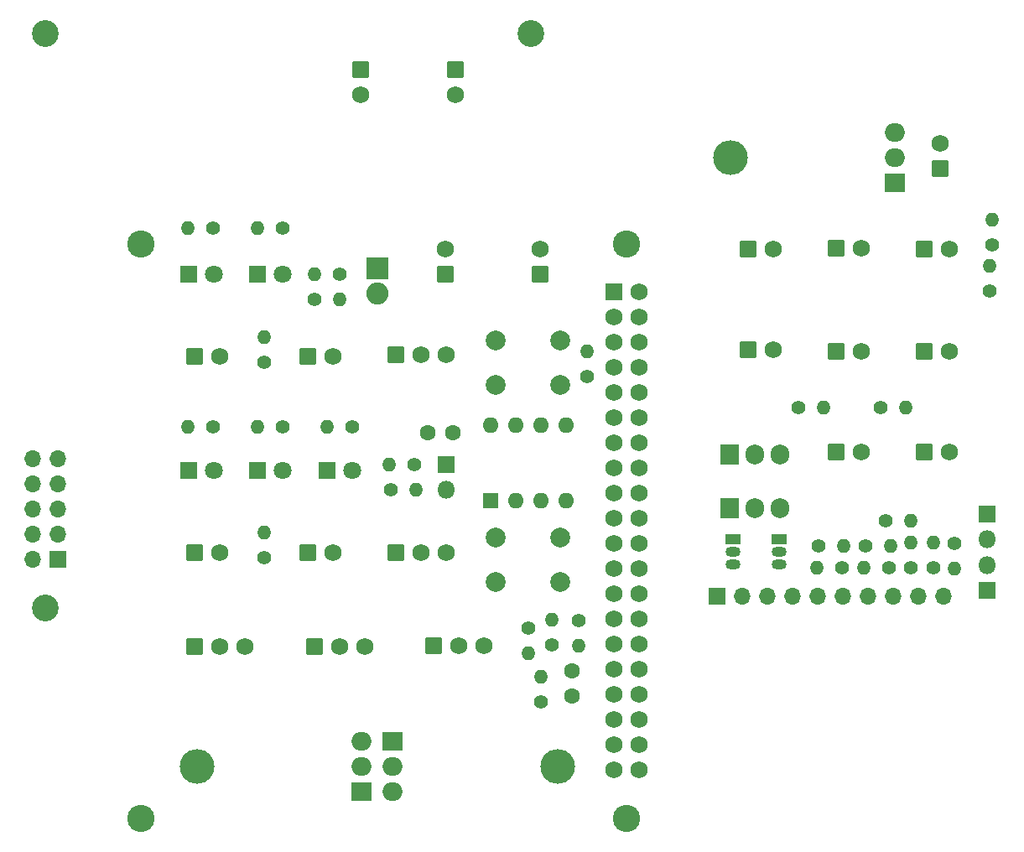
<source format=gts>
%TF.GenerationSoftware,KiCad,Pcbnew,(6.0.7)*%
%TF.CreationDate,2022-08-29T12:50:00+02:00*%
%TF.ProjectId,pi_shield,70695f73-6869-4656-9c64-2e6b69636164,rev?*%
%TF.SameCoordinates,Original*%
%TF.FileFunction,Soldermask,Top*%
%TF.FilePolarity,Negative*%
%FSLAX46Y46*%
G04 Gerber Fmt 4.6, Leading zero omitted, Abs format (unit mm)*
G04 Created by KiCad (PCBNEW (6.0.7)) date 2022-08-29 12:50:00*
%MOMM*%
%LPD*%
G01*
G04 APERTURE LIST*
G04 Aperture macros list*
%AMRoundRect*
0 Rectangle with rounded corners*
0 $1 Rounding radius*
0 $2 $3 $4 $5 $6 $7 $8 $9 X,Y pos of 4 corners*
0 Add a 4 corners polygon primitive as box body*
4,1,4,$2,$3,$4,$5,$6,$7,$8,$9,$2,$3,0*
0 Add four circle primitives for the rounded corners*
1,1,$1+$1,$2,$3*
1,1,$1+$1,$4,$5*
1,1,$1+$1,$6,$7*
1,1,$1+$1,$8,$9*
0 Add four rect primitives between the rounded corners*
20,1,$1+$1,$2,$3,$4,$5,0*
20,1,$1+$1,$4,$5,$6,$7,0*
20,1,$1+$1,$6,$7,$8,$9,0*
20,1,$1+$1,$8,$9,$2,$3,0*%
G04 Aperture macros list end*
%ADD10C,1.740000*%
%ADD11RoundRect,0.250000X0.620000X-0.620000X0.620000X0.620000X-0.620000X0.620000X-0.620000X-0.620000X0*%
%ADD12C,1.400000*%
%ADD13O,1.400000X1.400000*%
%ADD14O,2.000000X1.905000*%
%ADD15R,2.000000X1.905000*%
%ADD16O,3.500000X3.500000*%
%ADD17C,2.700000*%
%ADD18C,2.750000*%
%ADD19R,1.750000X1.750000*%
%ADD20C,1.750000*%
%ADD21R,1.500000X1.050000*%
%ADD22O,1.500000X1.050000*%
%ADD23R,1.800000X1.800000*%
%ADD24C,1.800000*%
%ADD25RoundRect,0.250000X-0.620000X-0.620000X0.620000X-0.620000X0.620000X0.620000X-0.620000X0.620000X0*%
%ADD26R,1.905000X2.000000*%
%ADD27O,1.905000X2.000000*%
%ADD28R,1.600000X1.600000*%
%ADD29O,1.600000X1.600000*%
%ADD30RoundRect,0.250000X-0.620000X0.620000X-0.620000X-0.620000X0.620000X-0.620000X0.620000X0.620000X0*%
%ADD31O,1.800000X1.800000*%
%ADD32C,1.600000*%
%ADD33C,2.000000*%
%ADD34R,2.240000X2.240000*%
%ADD35O,2.240000X2.240000*%
%ADD36R,1.700000X1.700000*%
%ADD37O,1.700000X1.700000*%
G04 APERTURE END LIST*
D10*
%TO.C,J25*%
X198386000Y-50165000D03*
D11*
X198386000Y-52705000D03*
%TD*%
D12*
%TO.C,R27*%
X203454000Y-65101000D03*
D13*
X203454000Y-62561000D03*
%TD*%
D14*
%TO.C,Q7*%
X193888000Y-49022000D03*
X193888000Y-51562000D03*
D15*
X193888000Y-54102000D03*
D16*
X177228000Y-51562000D03*
%TD*%
D12*
%TO.C,R28*%
X203708000Y-60402000D03*
D13*
X203708000Y-57862000D03*
%TD*%
D12*
%TO.C,R15*%
X159245000Y-100788000D03*
D13*
X159245000Y-98248000D03*
%TD*%
D17*
%TO.C,REF\u002A\u002A*%
X108051600Y-39065200D03*
%TD*%
D12*
%TO.C,R9*%
X125050000Y-78740000D03*
D13*
X122510000Y-78740000D03*
%TD*%
D18*
%TO.C,J7*%
X166720000Y-60280000D03*
X117720000Y-60280000D03*
X117720000Y-118280000D03*
X166720000Y-118280000D03*
D19*
X165450000Y-65150000D03*
D20*
X167990000Y-65150000D03*
X165450000Y-67690000D03*
X167990000Y-67690000D03*
X165450000Y-70230000D03*
X167990000Y-70230000D03*
X165450000Y-72770000D03*
X167990000Y-72770000D03*
X165450000Y-75310000D03*
X167990000Y-75310000D03*
X165450000Y-77850000D03*
X167990000Y-77850000D03*
X165450000Y-80390000D03*
X167990000Y-80390000D03*
X165450000Y-82930000D03*
X167990000Y-82930000D03*
X165450000Y-85470000D03*
X167990000Y-85470000D03*
X165450000Y-88010000D03*
X167990000Y-88010000D03*
X165450000Y-90550000D03*
X167990000Y-90550000D03*
X165450000Y-93090000D03*
X167990000Y-93090000D03*
X165450000Y-95630000D03*
X167990000Y-95630000D03*
X165450000Y-98170000D03*
X167990000Y-98170000D03*
X165450000Y-100710000D03*
X167990000Y-100710000D03*
X165450000Y-103250000D03*
X167990000Y-103250000D03*
X165450000Y-105790000D03*
X167990000Y-105790000D03*
X165450000Y-108330000D03*
X167990000Y-108330000D03*
X165450000Y-110870000D03*
X167990000Y-110870000D03*
X165450000Y-113410000D03*
X167990000Y-113410000D03*
%TD*%
D14*
%TO.C,Q1*%
X143170000Y-115570000D03*
X143170000Y-113030000D03*
D15*
X143170000Y-110490000D03*
D16*
X159830000Y-113030000D03*
%TD*%
D21*
%TO.C,Q6*%
X177520600Y-90119200D03*
D22*
X177520600Y-91389200D03*
X177520600Y-92659200D03*
%TD*%
D23*
%TO.C,D6*%
X122555000Y-63385000D03*
D24*
X125095000Y-63385000D03*
%TD*%
D25*
%TO.C,J12*%
X123185000Y-100965000D03*
D10*
X125725000Y-100965000D03*
X128265000Y-100965000D03*
%TD*%
D25*
%TO.C,J20*%
X187960000Y-71120000D03*
D10*
X190500000Y-71120000D03*
%TD*%
D25*
%TO.C,J5*%
X143510000Y-71525000D03*
D10*
X146050000Y-71525000D03*
X148590000Y-71525000D03*
%TD*%
D12*
%TO.C,R26*%
X186182000Y-90805000D03*
D13*
X188722000Y-90805000D03*
%TD*%
D12*
%TO.C,R12*%
X158115000Y-106515000D03*
D13*
X158115000Y-103975000D03*
%TD*%
D12*
%TO.C,R24*%
X188545000Y-92964000D03*
D13*
X186005000Y-92964000D03*
%TD*%
D12*
%TO.C,R16*%
X161925000Y-98348000D03*
D13*
X161925000Y-100888000D03*
%TD*%
D12*
%TO.C,R1*%
X135305000Y-65925000D03*
D13*
X137845000Y-65925000D03*
%TD*%
D25*
%TO.C,J18*%
X187960000Y-60730000D03*
D10*
X190500000Y-60730000D03*
%TD*%
D25*
%TO.C,J2*%
X134620000Y-91440000D03*
D10*
X137160000Y-91440000D03*
%TD*%
D12*
%TO.C,R13*%
X156845000Y-99110000D03*
D13*
X156845000Y-101650000D03*
%TD*%
D26*
%TO.C,Q3*%
X177165000Y-81590000D03*
D27*
X179705000Y-81590000D03*
X182245000Y-81590000D03*
%TD*%
D25*
%TO.C,J14*%
X196850000Y-81280000D03*
D10*
X199390000Y-81280000D03*
%TD*%
D12*
%TO.C,R6*%
X132085000Y-78740000D03*
D13*
X129545000Y-78740000D03*
%TD*%
D28*
%TO.C,U1*%
X153045000Y-86235000D03*
D29*
X155585000Y-86235000D03*
X158125000Y-86235000D03*
X160665000Y-86235000D03*
X160665000Y-78615000D03*
X158125000Y-78615000D03*
X155585000Y-78615000D03*
X153045000Y-78615000D03*
%TD*%
D30*
%TO.C,J24*%
X149467000Y-42672000D03*
D10*
X149467000Y-45212000D03*
%TD*%
D11*
%TO.C,J8*%
X158000000Y-63385000D03*
D10*
X158000000Y-60845000D03*
%TD*%
D23*
%TO.C,D4*%
X148595000Y-82550000D03*
D31*
X148595000Y-85090000D03*
%TD*%
D12*
%TO.C,R4*%
X145370000Y-82550000D03*
D13*
X142830000Y-82550000D03*
%TD*%
D23*
%TO.C,D8*%
X203200000Y-87601000D03*
D31*
X203200000Y-90141000D03*
%TD*%
D25*
%TO.C,J21*%
X179070000Y-71005000D03*
D10*
X181610000Y-71005000D03*
%TD*%
D12*
%TO.C,R21*%
X197739000Y-92964000D03*
D13*
X197739000Y-90424000D03*
%TD*%
D12*
%TO.C,R22*%
X195503000Y-92964000D03*
D13*
X195503000Y-90424000D03*
%TD*%
D17*
%TO.C,REF\u002A\u002A*%
X157099000Y-39090600D03*
%TD*%
D25*
%TO.C,J16*%
X179070000Y-60845000D03*
D10*
X181610000Y-60845000D03*
%TD*%
D23*
%TO.C,D5*%
X122555000Y-83185000D03*
D24*
X125095000Y-83185000D03*
%TD*%
D25*
%TO.C,J3*%
X123190000Y-71640000D03*
D10*
X125730000Y-71640000D03*
%TD*%
D23*
%TO.C,D3*%
X129545000Y-83185000D03*
D24*
X132085000Y-83185000D03*
%TD*%
D32*
%TO.C,C2*%
X146725000Y-79375000D03*
X149225000Y-79375000D03*
%TD*%
D12*
%TO.C,R3*%
X142930000Y-85090000D03*
D13*
X145470000Y-85090000D03*
%TD*%
D12*
%TO.C,R8*%
X130175000Y-92025000D03*
D13*
X130175000Y-89485000D03*
%TD*%
D12*
%TO.C,R25*%
X190881000Y-90805000D03*
D13*
X193421000Y-90805000D03*
%TD*%
D25*
%TO.C,J4*%
X123190000Y-91440000D03*
D10*
X125730000Y-91440000D03*
%TD*%
D25*
%TO.C,J11*%
X135250000Y-100965000D03*
D10*
X137790000Y-100965000D03*
X140330000Y-100965000D03*
%TD*%
D12*
%TO.C,R11*%
X162814000Y-73660000D03*
D13*
X162814000Y-71120000D03*
%TD*%
D23*
%TO.C,D1*%
X129535000Y-63385000D03*
D24*
X132075000Y-63385000D03*
%TD*%
D33*
%TO.C,SW1*%
X160095000Y-89940000D03*
X153595000Y-89940000D03*
X153595000Y-94440000D03*
X160095000Y-94440000D03*
%TD*%
D23*
%TO.C,D9*%
X203200000Y-95250000D03*
D31*
X203200000Y-92710000D03*
%TD*%
D12*
%TO.C,R5*%
X132030000Y-58674000D03*
D13*
X129490000Y-58674000D03*
%TD*%
D25*
%TO.C,J10*%
X147320000Y-100850000D03*
D10*
X149860000Y-100850000D03*
X152400000Y-100850000D03*
%TD*%
D12*
%TO.C,R20*%
X192963000Y-88265000D03*
D13*
X195503000Y-88265000D03*
%TD*%
D12*
%TO.C,R14*%
X139070000Y-78740000D03*
D13*
X136530000Y-78740000D03*
%TD*%
D11*
%TO.C,J9*%
X148475000Y-63385000D03*
D10*
X148475000Y-60845000D03*
%TD*%
D12*
%TO.C,R10*%
X125045000Y-58674000D03*
D13*
X122505000Y-58674000D03*
%TD*%
D34*
%TO.C,D2*%
X141605000Y-62750000D03*
D35*
X141605000Y-65290000D03*
%TD*%
D12*
%TO.C,R2*%
X137845000Y-63385000D03*
D13*
X135305000Y-63385000D03*
%TD*%
D12*
%TO.C,R17*%
X192455000Y-76835000D03*
D13*
X194995000Y-76835000D03*
%TD*%
D25*
%TO.C,J15*%
X187960000Y-81280000D03*
D10*
X190500000Y-81280000D03*
%TD*%
D25*
%TO.C,J6*%
X143510000Y-91440000D03*
D10*
X146050000Y-91440000D03*
X148590000Y-91440000D03*
%TD*%
D33*
%TO.C,SW2*%
X153595000Y-70025000D03*
X160095000Y-70025000D03*
X153595000Y-74525000D03*
X160095000Y-74525000D03*
%TD*%
D17*
%TO.C,REF\u002A\u002A*%
X108077000Y-97028000D03*
%TD*%
D12*
%TO.C,R19*%
X199898000Y-90551000D03*
D13*
X199898000Y-93091000D03*
%TD*%
D26*
%TO.C,Q4*%
X177165000Y-86995000D03*
D27*
X179705000Y-86995000D03*
X182245000Y-86995000D03*
%TD*%
D12*
%TO.C,R18*%
X184150000Y-76835000D03*
D13*
X186690000Y-76835000D03*
%TD*%
D25*
%TO.C,J19*%
X196850000Y-71120000D03*
D10*
X199390000Y-71120000D03*
%TD*%
D36*
%TO.C,J13*%
X175895000Y-95885000D03*
D37*
X178435000Y-95885000D03*
X180975000Y-95885000D03*
X183515000Y-95885000D03*
X186055000Y-95885000D03*
X188595000Y-95885000D03*
X191135000Y-95885000D03*
X193675000Y-95885000D03*
X196215000Y-95885000D03*
X198755000Y-95885000D03*
%TD*%
D25*
%TO.C,J1*%
X134620000Y-71640000D03*
D10*
X137160000Y-71640000D03*
%TD*%
D30*
%TO.C,J23*%
X139942000Y-42672000D03*
D10*
X139942000Y-45212000D03*
%TD*%
D25*
%TO.C,J17*%
X196850000Y-60845000D03*
D10*
X199390000Y-60845000D03*
%TD*%
D21*
%TO.C,Q5*%
X182176000Y-90113000D03*
D22*
X182176000Y-91383000D03*
X182176000Y-92653000D03*
%TD*%
D12*
%TO.C,R23*%
X193244000Y-92964000D03*
D13*
X190704000Y-92964000D03*
%TD*%
D14*
%TO.C,Q2*%
X140040000Y-110490000D03*
X140040000Y-113030000D03*
D15*
X140040000Y-115570000D03*
D16*
X123380000Y-113030000D03*
%TD*%
D32*
%TO.C,C1*%
X161290000Y-105930000D03*
X161290000Y-103430000D03*
%TD*%
D12*
%TO.C,R7*%
X130175000Y-72225000D03*
D13*
X130175000Y-69685000D03*
%TD*%
D23*
%TO.C,D7*%
X136525000Y-83185000D03*
D24*
X139065000Y-83185000D03*
%TD*%
D36*
%TO.C,J22*%
X109367000Y-92172000D03*
D37*
X106827000Y-92172000D03*
X109367000Y-89632000D03*
X106827000Y-89632000D03*
X109367000Y-87092000D03*
X106827000Y-87092000D03*
X109367000Y-84552000D03*
X106827000Y-84552000D03*
X109367000Y-82012000D03*
X106827000Y-82012000D03*
%TD*%
M02*

</source>
